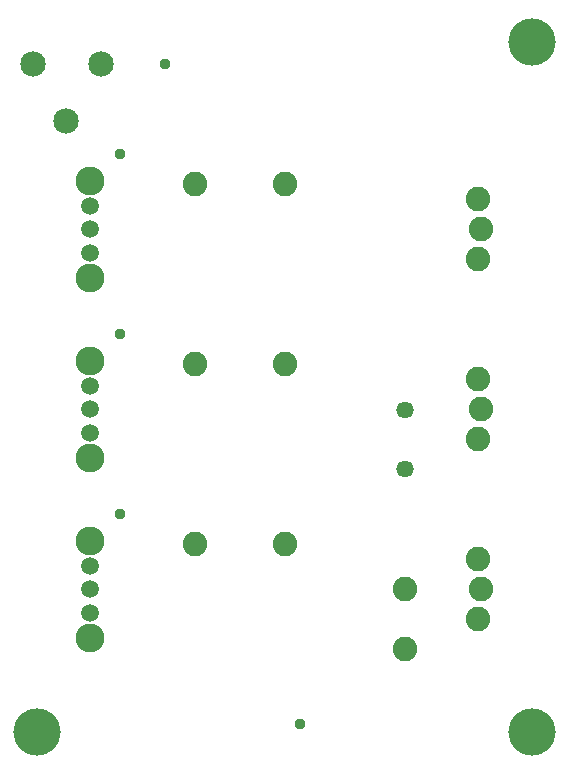
<source format=gbr>
G04 EAGLE Gerber RS-274X export*
G75*
%MOMM*%
%FSLAX34Y34*%
%LPD*%
%INSoldermask Top*%
%IPPOS*%
%AMOC8*
5,1,8,0,0,1.08239X$1,22.5*%
G01*
%ADD10C,4.000500*%
%ADD11C,1.461200*%
%ADD12C,2.153200*%
%ADD13C,2.082800*%
%ADD14C,1.511200*%
%ADD15C,2.453200*%
%ADD16C,0.959600*%


D10*
X463550Y628650D03*
X44450Y44450D03*
X463550Y44450D03*
D11*
X355600Y267100D03*
X355600Y317100D03*
D12*
X98900Y609600D03*
X40900Y609600D03*
X68900Y561600D03*
D13*
X417830Y444500D03*
X420370Y469900D03*
X417830Y495300D03*
X417830Y292100D03*
X420370Y317500D03*
X417830Y342900D03*
X417830Y139700D03*
X420370Y165100D03*
X417830Y190500D03*
X355600Y114300D03*
X355600Y165100D03*
X177800Y355600D03*
X254000Y355600D03*
X177800Y203200D03*
X254000Y203200D03*
D14*
X88900Y317500D03*
D15*
X88900Y276500D03*
X88900Y358500D03*
D14*
X88900Y297500D03*
X88900Y337500D03*
X88900Y165100D03*
D15*
X88900Y124100D03*
X88900Y206100D03*
D14*
X88900Y145100D03*
X88900Y185100D03*
X88900Y469900D03*
D15*
X88900Y428900D03*
X88900Y510900D03*
D14*
X88900Y449900D03*
X88900Y489900D03*
D13*
X177800Y508000D03*
X254000Y508000D03*
D16*
X114300Y228600D03*
X114300Y381000D03*
X114300Y533400D03*
X266700Y50800D03*
X152400Y609600D03*
M02*

</source>
